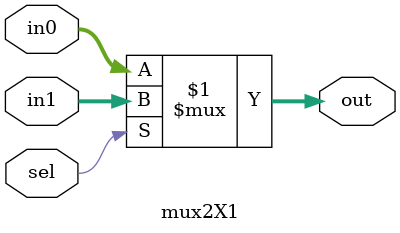
<source format=v>
`timescale 1ns / 1ps

// 2 by 1 mux
module mux2X1 #(parameter width = 16)( 
    input [width-1 : 0] in0, in1,
    input sel,
    output [width-1 : 0] out
    );
 
    assign out = (sel) ? in1 : in0;					// output according to the sel input
    
endmodule

</source>
